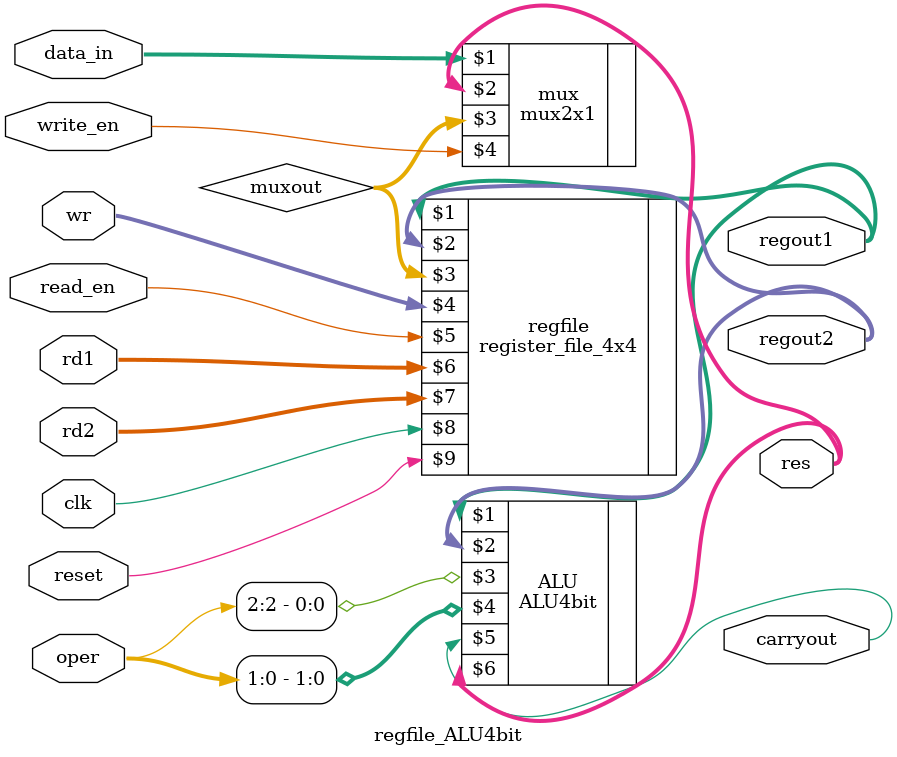
<source format=v>
`timescale 1ns / 1ps
module regfile_ALU4bit(rd1,rd2,data_in,wr,write_en,read_en,clk,
res,oper,carryout,reset,regout1,regout2
    );
input [1:0]rd1;
input [1:0]rd2;
input [3:0]data_in;
input [1:0]wr;
input write_en;
input read_en;
input clk;
output [3:0]res;
input [2:0]oper;
output carryout;
input reset;
wire [3:0]muxout;
output [3:0]regout1;
output [3:0]regout2;
mux2x1 mux(data_in, res, muxout, write_en);
register_file_4x4 regfile(regout1,regout2,muxout,wr,read_en,rd1,rd2,clk,reset);
ALU4bit ALU(regout1,regout2,oper[2],oper[1:0],carryout,res);
endmodule

</source>
